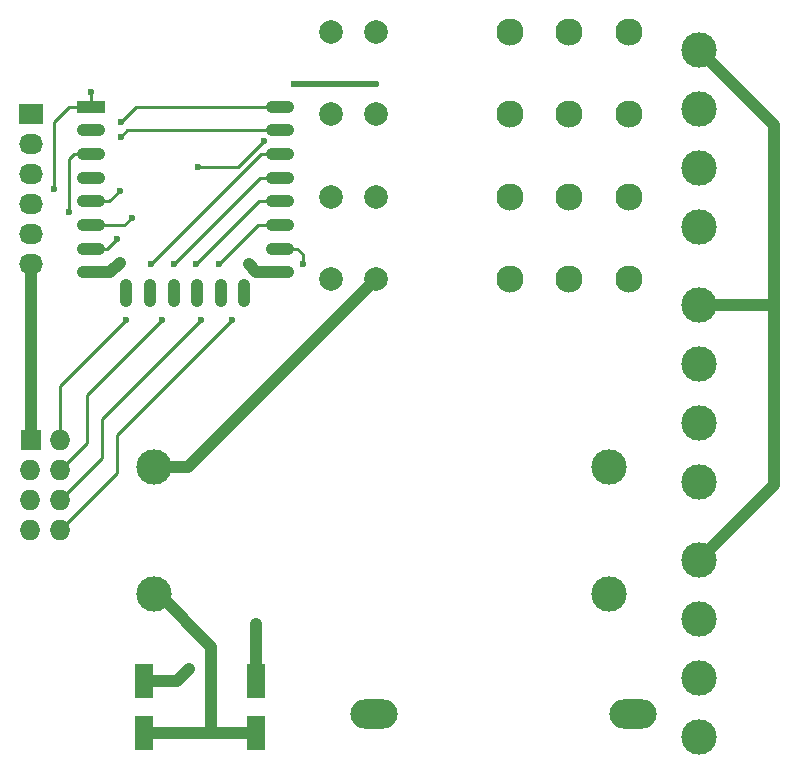
<source format=gtl>
G04 #@! TF.FileFunction,Copper,L1,Top,Signal*
%FSLAX46Y46*%
G04 Gerber Fmt 4.6, Leading zero omitted, Abs format (unit mm)*
G04 Created by KiCad (PCBNEW 4.0.2+e4-6225~38~ubuntu14.04.1-stable) date Thu 21 Jul 2016 05:34:04 PM CEST*
%MOMM*%
G01*
G04 APERTURE LIST*
%ADD10C,0.100000*%
%ADD11R,1.600200X2.999740*%
%ADD12O,4.000500X2.499360*%
%ADD13R,2.032000X1.727200*%
%ADD14O,2.032000X1.727200*%
%ADD15O,1.100000X2.400000*%
%ADD16R,2.400000X1.100000*%
%ADD17O,2.400000X1.100000*%
%ADD18C,3.000000*%
%ADD19C,2.300000*%
%ADD20C,2.000000*%
%ADD21R,1.727200X1.727200*%
%ADD22O,1.727200X1.727200*%
%ADD23C,0.600000*%
%ADD24C,1.000000*%
%ADD25C,0.500000*%
%ADD26C,0.250000*%
G04 APERTURE END LIST*
D10*
D11*
X186690000Y-140040360D03*
X186690000Y-144439640D03*
X196215000Y-140040360D03*
X196215000Y-144439640D03*
D12*
X228170740Y-142875000D03*
X206169260Y-142875000D03*
D13*
X177165000Y-92075000D03*
D14*
X177165000Y-94615000D03*
X177165000Y-97155000D03*
X177165000Y-99695000D03*
X177165000Y-102235000D03*
X177165000Y-104775000D03*
D15*
X185235000Y-107190000D03*
X187235000Y-107190000D03*
X189235000Y-107190000D03*
X191235000Y-107190000D03*
X193235000Y-107190000D03*
X195235000Y-107190000D03*
D16*
X182245000Y-91440000D03*
D17*
X182245000Y-93440000D03*
X182245000Y-95440000D03*
X182245000Y-97440000D03*
X182245000Y-99440000D03*
X182245000Y-101440000D03*
X182245000Y-103440000D03*
X182245000Y-105440000D03*
X198245000Y-105440000D03*
X198245000Y-103440000D03*
X198245000Y-101440000D03*
X198245000Y-99440000D03*
X198245000Y-97440000D03*
X198245000Y-95440000D03*
X198245000Y-93440000D03*
X198245000Y-91440000D03*
D18*
X233680000Y-129780000D03*
X233680000Y-134780000D03*
X233680000Y-139780000D03*
X233680000Y-144780000D03*
X233680000Y-108190000D03*
X233680000Y-113190000D03*
X233680000Y-118190000D03*
X233680000Y-123190000D03*
X233680000Y-86600000D03*
X233680000Y-91600000D03*
X233680000Y-96600000D03*
X233680000Y-101600000D03*
X187560000Y-121965000D03*
X226060000Y-121965000D03*
X187560000Y-132715000D03*
X226060000Y-132715000D03*
D19*
X227765000Y-106045000D03*
X222725000Y-106045000D03*
X217685000Y-106045000D03*
D20*
X206345000Y-106045000D03*
X202565000Y-106045000D03*
D19*
X227765000Y-99060000D03*
X222725000Y-99060000D03*
X217685000Y-99060000D03*
D20*
X206345000Y-99060000D03*
X202565000Y-99060000D03*
D19*
X227765000Y-92075000D03*
X222725000Y-92075000D03*
X217685000Y-92075000D03*
D20*
X206345000Y-92075000D03*
X202565000Y-92075000D03*
D19*
X227765000Y-85090000D03*
X222725000Y-85090000D03*
X217685000Y-85090000D03*
D20*
X206345000Y-85090000D03*
X202565000Y-85090000D03*
D21*
X177165000Y-119634000D03*
D22*
X179578000Y-119634000D03*
X177038000Y-122174000D03*
X179578000Y-122174000D03*
X177038000Y-124714000D03*
X179578000Y-124714000D03*
X177038000Y-127254000D03*
X179578000Y-127254000D03*
D23*
X206375000Y-89535000D03*
X199390000Y-89535000D03*
X190500000Y-139065000D03*
X192405000Y-144399000D03*
X195580000Y-104775000D03*
X184658000Y-104648000D03*
X196215000Y-135255000D03*
X179070000Y-98425000D03*
X182245000Y-90170000D03*
X184785000Y-92710000D03*
X184785000Y-93980000D03*
X188214000Y-109474000D03*
X189230000Y-104775000D03*
X185166000Y-109474000D03*
X187325000Y-104775000D03*
X191516000Y-109474000D03*
X191135000Y-104775000D03*
X194183000Y-109474000D03*
X193040000Y-104775000D03*
X180340000Y-100330000D03*
X191262000Y-96520000D03*
X196850000Y-94361000D03*
X200152000Y-104775000D03*
X184658000Y-98552000D03*
X185674000Y-100838000D03*
X184404000Y-102616000D03*
D24*
X187560000Y-121965000D02*
X190425000Y-121965000D01*
X190425000Y-121965000D02*
X206345000Y-106045000D01*
D25*
X199390000Y-89535000D02*
X206375000Y-89535000D01*
D24*
X189524640Y-140040360D02*
X186690000Y-140040360D01*
X190500000Y-139065000D02*
X189524640Y-140040360D01*
X177165000Y-104775000D02*
X177165000Y-119634000D01*
X192405000Y-144399000D02*
X192405000Y-144439640D01*
X198245000Y-105440000D02*
X196245000Y-105440000D01*
X196245000Y-105440000D02*
X195580000Y-104775000D01*
X187560000Y-132715000D02*
X187960000Y-132715000D01*
X187960000Y-132715000D02*
X192405000Y-137160000D01*
X192405000Y-137160000D02*
X192405000Y-144439640D01*
X186690000Y-144439640D02*
X192405000Y-144439640D01*
X192405000Y-144439640D02*
X196215000Y-144439640D01*
D26*
X187560000Y-132715000D02*
X187560000Y-132950000D01*
D24*
X184658000Y-104648000D02*
X183866000Y-105440000D01*
X183866000Y-105440000D02*
X182245000Y-105440000D01*
X196215000Y-135255000D02*
X196215000Y-140040360D01*
D26*
X180340000Y-91440000D02*
X182245000Y-91440000D01*
X179070000Y-92710000D02*
X180340000Y-91440000D01*
X179070000Y-98425000D02*
X179070000Y-92710000D01*
X182245000Y-91440000D02*
X182245000Y-90170000D01*
X198245000Y-91440000D02*
X186055000Y-91440000D01*
X186055000Y-91440000D02*
X184785000Y-92710000D01*
X198245000Y-93440000D02*
X185325000Y-93440000D01*
X185325000Y-93440000D02*
X184785000Y-93980000D01*
X181864000Y-119888000D02*
X179578000Y-122174000D01*
X181864000Y-115824000D02*
X181864000Y-119888000D01*
X188214000Y-109474000D02*
X181864000Y-115824000D01*
X198245000Y-97440000D02*
X196565000Y-97440000D01*
X196565000Y-97440000D02*
X189230000Y-104775000D01*
X179578000Y-115062000D02*
X179578000Y-119634000D01*
X185166000Y-109474000D02*
X179578000Y-115062000D01*
X198245000Y-95440000D02*
X196660000Y-95440000D01*
X196660000Y-95440000D02*
X187325000Y-104775000D01*
X183134000Y-121158000D02*
X179578000Y-124714000D01*
X183134000Y-117856000D02*
X183134000Y-121158000D01*
X191516000Y-109474000D02*
X183134000Y-117856000D01*
X198245000Y-99440000D02*
X196470000Y-99440000D01*
X196470000Y-99440000D02*
X191135000Y-104775000D01*
X184404000Y-122428000D02*
X179578000Y-127254000D01*
X184404000Y-119253000D02*
X184404000Y-122428000D01*
X194183000Y-109474000D02*
X184404000Y-119253000D01*
X198245000Y-101440000D02*
X196375000Y-101440000D01*
X196375000Y-101440000D02*
X193040000Y-104775000D01*
X180785000Y-95440000D02*
X182245000Y-95440000D01*
X180340000Y-95885000D02*
X180785000Y-95440000D01*
X180340000Y-96520000D02*
X180340000Y-95885000D01*
X180340000Y-100330000D02*
X180340000Y-96520000D01*
X194691000Y-96520000D02*
X191262000Y-96520000D01*
X196850000Y-94361000D02*
X194691000Y-96520000D01*
X199706000Y-103440000D02*
X198245000Y-103440000D01*
X200152000Y-103886000D02*
X199706000Y-103440000D01*
X200152000Y-104775000D02*
X200152000Y-103886000D01*
X183770000Y-99440000D02*
X182245000Y-99440000D01*
X184658000Y-98552000D02*
X183770000Y-99440000D01*
X185072000Y-101440000D02*
X182245000Y-101440000D01*
X185674000Y-100838000D02*
X185072000Y-101440000D01*
X183580000Y-103440000D02*
X182245000Y-103440000D01*
X184404000Y-102616000D02*
X183580000Y-103440000D01*
D24*
X233680000Y-108190000D02*
X240030000Y-108190000D01*
X240030000Y-108190000D02*
X240030000Y-108204000D01*
X233680000Y-86600000D02*
X233680000Y-86614000D01*
X233680000Y-86614000D02*
X240030000Y-92964000D01*
X240030000Y-92964000D02*
X240030000Y-108204000D01*
X240030000Y-108204000D02*
X240030000Y-123430000D01*
X240030000Y-123430000D02*
X233680000Y-129780000D01*
M02*

</source>
